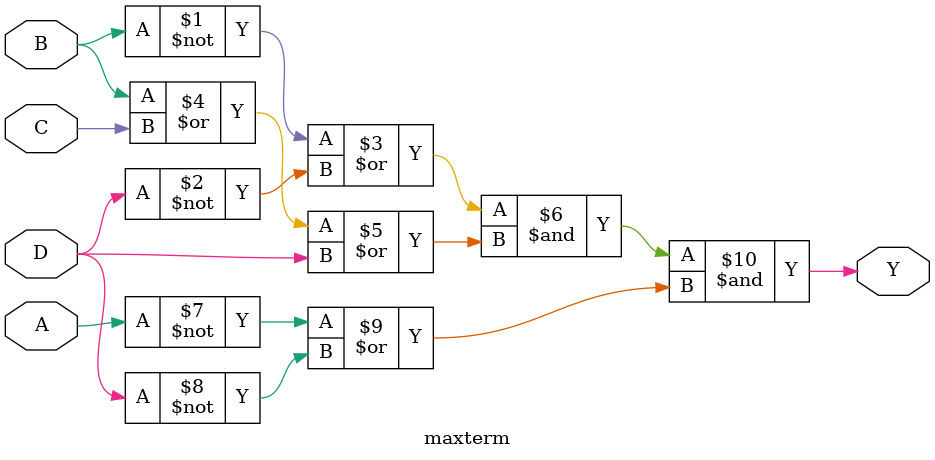
<source format=v>
module maxterm (
    input A, B, C, D,
    output Y
);

    assign Y = (~B | ~D) &
        (B | C | D) &
        (~A | ~D);// Enter your equation here

endmodule

</source>
